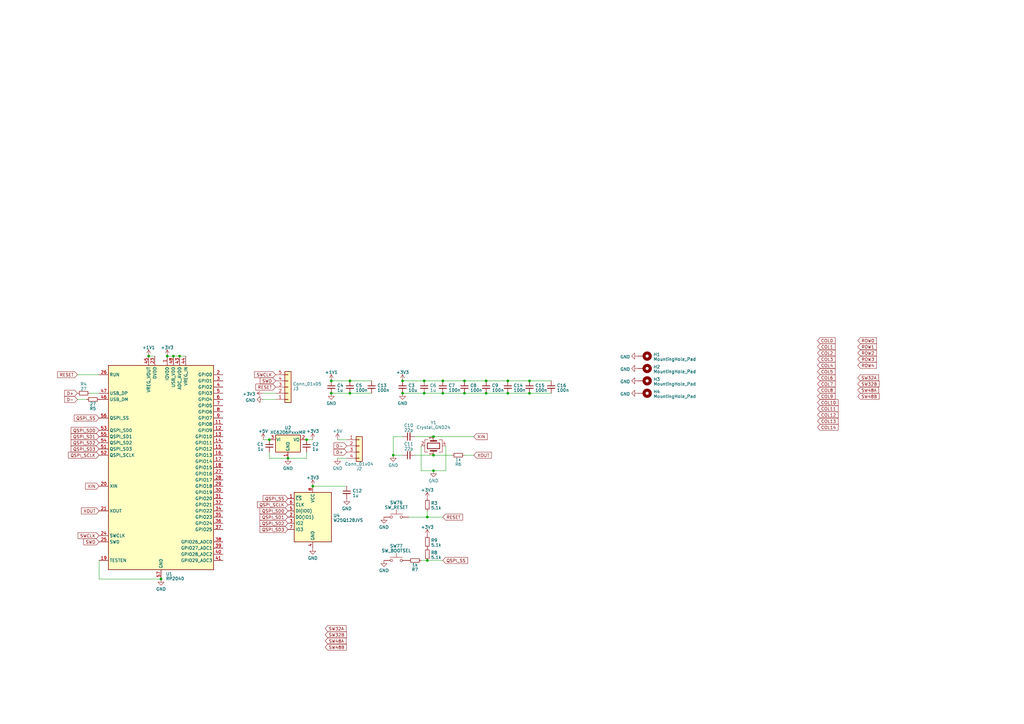
<source format=kicad_sch>
(kicad_sch (version 20230121) (generator eeschema)
  (paper "A3")
  (lib_symbols
    (symbol "Connector_Generic:Conn_01x04" (pin_names (offset 1.016) hide)
      (property "Reference" "J" (at 0 5.08 0))
      (property "Value" "Conn_01x04" (at 0 -7.62 0))
      (symbol "Conn_01x04_1_1"
        (rectangle (start -1.27 -4.953) (end 0 -5.207) (stroke (width 0.1524)))
        (rectangle (start -1.27 -2.413) (end 0 -2.667) (stroke (width 0.1524)))
        (rectangle (start -1.27 0.127) (end 0 -0.127) (stroke (width 0.1524)))
        (rectangle (start -1.27 2.667) (end 0 2.413) (stroke (width 0.1524)))
        (rectangle (start -1.27 3.81) (end 1.27 -6.35) (stroke (width 0.254)) (fill (type background)))
        (pin passive line (at -5.08 2.54 0) (length 3.81) (name "Pin_1") (number "1"))
        (pin passive line (at -5.08 0 0) (length 3.81) (name "Pin_2") (number "2"))
        (pin passive line (at -5.08 -2.54 0) (length 3.81) (name "Pin_3") (number "3"))
        (pin passive line (at -5.08 -5.08 0) (length 3.81) (name "Pin_4") (number "4"))
      )
    )
    (symbol "Connector_Generic:Conn_01x05" (pin_names (offset 1.016) hide)
      (property "Reference" "J" (at 0 7.62 0))
      (property "Value" "Conn_01x05" (at 0 -7.62 0))
      (symbol "Conn_01x05_1_1"
        (rectangle (start -1.27 -4.953) (end 0 -5.207) (stroke (width 0.1524)))
        (rectangle (start -1.27 -2.413) (end 0 -2.667) (stroke (width 0.1524)))
        (rectangle (start -1.27 0.127) (end 0 -0.127) (stroke (width 0.1524)))
        (rectangle (start -1.27 2.667) (end 0 2.413) (stroke (width 0.1524)))
        (rectangle (start -1.27 5.207) (end 0 4.953) (stroke (width 0.1524)))
        (rectangle (start -1.27 6.35) (end 1.27 -6.35) (stroke (width 0.254)) (fill (type background)))
        (pin passive line (at -5.08 5.08 0) (length 3.81) (name "Pin_1") (number "1"))
        (pin passive line (at -5.08 2.54 0) (length 3.81) (name "Pin_2") (number "2"))
        (pin passive line (at -5.08 0 0) (length 3.81) (name "Pin_3") (number "3"))
        (pin passive line (at -5.08 -2.54 0) (length 3.81) (name "Pin_4") (number "4"))
        (pin passive line (at -5.08 -5.08 0) (length 3.81) (name "Pin_5") (number "5"))
      )
    )
    (symbol "Device:C_Small" (pin_numbers hide) (pin_names (offset 0.254) hide)
      (property "Reference" "C" (at 0.254 1.778 0))
      (property "Value" "C_Small" (at 0.254 -2.032 0))
      (symbol "C_Small_0_1"
        (polyline (pts (xy -1.524 -0.508) (xy 1.524 -0.508)) (stroke (width 0.3302)))
        (polyline (pts (xy -1.524 0.508) (xy 1.524 0.508)) (stroke (width 0.3048)))
      )
      (symbol "C_Small_1_1"
        (pin passive line (at 0 2.54 270) (length 2.032) (name "~") (number "1"))
        (pin passive line (at 0 -2.54 90) (length 2.032) (name "~") (number "2"))
      )
    )
    (symbol "Device:Crystal_GND24" (pin_names (offset 1.016) hide)
      (property "Reference" "Y" (at 3.175 5.08 0))
      (property "Value" "Crystal_GND24" (at 3.175 3.175 0))
      (symbol "Crystal_GND24_0_1"
        (rectangle (start -1.143 2.54) (end 1.143 -2.54) (stroke (width 0.3048)))
        (polyline (pts (xy -2.54 0) (xy -2.032 0)))
        (polyline (pts (xy -2.032 -1.27) (xy -2.032 1.27)) (stroke (width 0.508)))
        (polyline (pts (xy 0 -3.81) (xy 0 -3.556)))
        (polyline (pts (xy 0 3.556) (xy 0 3.81)))
        (polyline (pts (xy 2.032 -1.27) (xy 2.032 1.27)) (stroke (width 0.508)))
        (polyline (pts (xy 2.032 0) (xy 2.54 0)))
        (polyline (pts (xy -2.54 -2.286) (xy -2.54 -3.556) (xy 2.54 -3.556) (xy 2.54 -2.286)))
        (polyline (pts (xy -2.54 2.286) (xy -2.54 3.556) (xy 2.54 3.556) (xy 2.54 2.286)))
      )
      (symbol "Crystal_GND24_1_1"
        (pin passive line (at -3.81 0 0) (length 1.27) (name "1") (number "1"))
        (pin passive line (at 0 5.08 270) (length 1.27) (name "2") (number "2"))
        (pin passive line (at 3.81 0 180) (length 1.27) (name "3") (number "3"))
        (pin passive line (at 0 -5.08 90) (length 1.27) (name "4") (number "4"))
      )
    )
    (symbol "Device:R_Small" (pin_numbers hide) (pin_names (offset 0.254) hide)
      (property "Reference" "R" (at 0.762 0.508 0))
      (property "Value" "R_Small" (at 0.762 -1.016 0))
      (symbol "R_Small_0_1"
        (rectangle (start -0.762 1.778) (end 0.762 -1.778) (stroke (width 0.2032)))
      )
      (symbol "R_Small_1_1"
        (pin passive line (at 0 2.54 270) (length 0.762) (name "~") (number "1"))
        (pin passive line (at 0 -2.54 90) (length 0.762) (name "~") (number "2"))
      )
    )
    (symbol "MCU_RaspberryPi:RP2040"
      (property "Reference" "U" (at 17.78 45.72 0))
      (property "Value" "RP2040" (at 17.78 43.18 0))
      (symbol "RP2040_0_1"
        (rectangle (start -21.59 41.91) (end 21.59 -41.91) (stroke (width 0.254)) (fill (type background)))
      )
      (symbol "RP2040_1_1"
        (pin power_in line (at 2.54 45.72 270) (length 3.81) (name "IOVDD") (number "1"))
        (pin passive line (at 2.54 45.72 270) (length 3.81) hide (name "IOVDD") (number "10"))
        (pin bidirectional line (at 25.4 17.78 180) (length 3.81) (name "GPIO8") (number "11"))
        (pin bidirectional line (at 25.4 15.24 180) (length 3.81) (name "GPIO9") (number "12"))
        (pin bidirectional line (at 25.4 12.7 180) (length 3.81) (name "GPIO10") (number "13"))
        (pin bidirectional line (at 25.4 10.16 180) (length 3.81) (name "GPIO11") (number "14"))
        (pin bidirectional line (at 25.4 7.62 180) (length 3.81) (name "GPIO12") (number "15"))
        (pin bidirectional line (at 25.4 5.08 180) (length 3.81) (name "GPIO13") (number "16"))
        (pin bidirectional line (at 25.4 2.54 180) (length 3.81) (name "GPIO14") (number "17"))
        (pin bidirectional line (at 25.4 0 180) (length 3.81) (name "GPIO15") (number "18"))
        (pin input line (at -25.4 -38.1 0) (length 3.81) (name "TESTEN") (number "19"))
        (pin bidirectional line (at 25.4 38.1 180) (length 3.81) (name "GPIO0") (number "2"))
        (pin input line (at -25.4 -7.62 0) (length 3.81) (name "XIN") (number "20"))
        (pin passive line (at -25.4 -17.78 0) (length 3.81) (name "XOUT") (number "21"))
        (pin passive line (at 2.54 45.72 270) (length 3.81) hide (name "IOVDD") (number "22"))
        (pin power_in line (at -2.54 45.72 270) (length 3.81) (name "DVDD") (number "23"))
        (pin input line (at -25.4 -27.94 0) (length 3.81) (name "SWCLK") (number "24"))
        (pin bidirectional line (at -25.4 -30.48 0) (length 3.81) (name "SWD") (number "25"))
        (pin input line (at -25.4 38.1 0) (length 3.81) (name "RUN") (number "26"))
        (pin bidirectional line (at 25.4 -2.54 180) (length 3.81) (name "GPIO16") (number "27"))
        (pin bidirectional line (at 25.4 -5.08 180) (length 3.81) (name "GPIO17") (number "28"))
        (pin bidirectional line (at 25.4 -7.62 180) (length 3.81) (name "GPIO18") (number "29"))
        (pin bidirectional line (at 25.4 35.56 180) (length 3.81) (name "GPIO1") (number "3"))
        (pin bidirectional line (at 25.4 -10.16 180) (length 3.81) (name "GPIO19") (number "30"))
        (pin bidirectional line (at 25.4 -12.7 180) (length 3.81) (name "GPIO20") (number "31"))
        (pin bidirectional line (at 25.4 -15.24 180) (length 3.81) (name "GPIO21") (number "32"))
        (pin passive line (at 2.54 45.72 270) (length 3.81) hide (name "IOVDD") (number "33"))
        (pin bidirectional line (at 25.4 -17.78 180) (length 3.81) (name "GPIO22") (number "34"))
        (pin bidirectional line (at 25.4 -20.32 180) (length 3.81) (name "GPIO23") (number "35"))
        (pin bidirectional line (at 25.4 -22.86 180) (length 3.81) (name "GPIO24") (number "36"))
        (pin bidirectional line (at 25.4 -25.4 180) (length 3.81) (name "GPIO25") (number "37"))
        (pin bidirectional line (at 25.4 -30.48 180) (length 3.81) (name "GPIO26_ADC0") (number "38"))
        (pin bidirectional line (at 25.4 -33.02 180) (length 3.81) (name "GPIO27_ADC1") (number "39"))
        (pin bidirectional line (at 25.4 33.02 180) (length 3.81) (name "GPIO2") (number "4"))
        (pin bidirectional line (at 25.4 -35.56 180) (length 3.81) (name "GPIO28_ADC2") (number "40"))
        (pin bidirectional line (at 25.4 -38.1 180) (length 3.81) (name "GPIO29_ADC3") (number "41"))
        (pin passive line (at 2.54 45.72 270) (length 3.81) hide (name "IOVDD") (number "42"))
        (pin power_in line (at 7.62 45.72 270) (length 3.81) (name "ADC_AVDD") (number "43"))
        (pin power_in line (at 10.16 45.72 270) (length 3.81) (name "VREG_IN") (number "44"))
        (pin power_out line (at -5.08 45.72 270) (length 3.81) (name "VREG_VOUT") (number "45"))
        (pin bidirectional line (at -25.4 27.94 0) (length 3.81) (name "USB_DM") (number "46"))
        (pin bidirectional line (at -25.4 30.48 0) (length 3.81) (name "USB_DP") (number "47"))
        (pin power_in line (at 5.08 45.72 270) (length 3.81) (name "USB_VDD") (number "48"))
        (pin passive line (at 2.54 45.72 270) (length 3.81) hide (name "IOVDD") (number "49"))
        (pin bidirectional line (at 25.4 30.48 180) (length 3.81) (name "GPIO3") (number "5"))
        (pin passive line (at -2.54 45.72 270) (length 3.81) hide (name "DVDD") (number "50"))
        (pin bidirectional line (at -25.4 7.62 0) (length 3.81) (name "QSPI_SD3") (number "51"))
        (pin output line (at -25.4 5.08 0) (length 3.81) (name "QSPI_SCLK") (number "52"))
        (pin bidirectional line (at -25.4 15.24 0) (length 3.81) (name "QSPI_SD0") (number "53"))
        (pin bidirectional line (at -25.4 10.16 0) (length 3.81) (name "QSPI_SD2") (number "54"))
        (pin bidirectional line (at -25.4 12.7 0) (length 3.81) (name "QSPI_SD1") (number "55"))
        (pin bidirectional line (at -25.4 20.32 0) (length 3.81) (name "QSPI_SS") (number "56"))
        (pin power_in line (at 0 -45.72 90) (length 3.81) (name "GND") (number "57"))
        (pin bidirectional line (at 25.4 27.94 180) (length 3.81) (name "GPIO4") (number "6"))
        (pin bidirectional line (at 25.4 25.4 180) (length 3.81) (name "GPIO5") (number "7"))
        (pin bidirectional line (at 25.4 22.86 180) (length 3.81) (name "GPIO6") (number "8"))
        (pin bidirectional line (at 25.4 20.32 180) (length 3.81) (name "GPIO7") (number "9"))
      )
    )
    (symbol "Mechanical:MountingHole_Pad" (pin_numbers hide) (pin_names (offset 1.016) hide)
      (property "Reference" "H" (at 0 6.35 0))
      (property "Value" "MountingHole_Pad" (at 0 4.445 0))
      (symbol "MountingHole_Pad_0_1"
        (circle (center 0 1.27) (radius 1.27) (stroke (width 1.27)))
      )
      (symbol "MountingHole_Pad_1_1"
        (pin input line (at 0 -2.54 90) (length 2.54) (name "1") (number "1"))
      )
    )
    (symbol "Memory_Flash:W25Q128JVS"
      (property "Reference" "U" (at -8.89 8.89 0))
      (property "Value" "W25Q128JVS" (at 7.62 8.89 0))
      (symbol "W25Q128JVS_0_1"
        (rectangle (start -7.62 10.16) (end 7.62 -10.16) (stroke (width 0.254)) (fill (type background)))
      )
      (symbol "W25Q128JVS_1_1"
        (pin input line (at -10.16 7.62 0) (length 2.54) (name "~{CS}") (number "1"))
        (pin bidirectional line (at -10.16 0 0) (length 2.54) (name "DO(IO1)") (number "2"))
        (pin bidirectional line (at -10.16 -2.54 0) (length 2.54) (name "IO2") (number "3"))
        (pin power_in line (at 0 -12.7 90) (length 2.54) (name "GND") (number "4"))
        (pin bidirectional line (at -10.16 2.54 0) (length 2.54) (name "DI(IO0)") (number "5"))
        (pin input line (at -10.16 5.08 0) (length 2.54) (name "CLK") (number "6"))
        (pin bidirectional line (at -10.16 -5.08 0) (length 2.54) (name "IO3") (number "7"))
        (pin power_in line (at 0 12.7 270) (length 2.54) (name "VCC") (number "8"))
      )
    )
    (symbol "Regulator_Linear:XC6206PxxxMR" (pin_names (offset 0.254))
      (property "Reference" "U" (at -3.81 3.175 0))
      (property "Value" "XC6206PxxxMR" (at 0 3.175 0))
      (symbol "XC6206PxxxMR_0_1"
        (rectangle (start -5.08 1.905) (end 5.08 -5.08) (stroke (width 0.254)) (fill (type background)))
      )
      (symbol "XC6206PxxxMR_1_1"
        (pin power_in line (at 0 -7.62 90) (length 2.54) (name "GND") (number "1"))
        (pin power_out line (at 7.62 0 180) (length 2.54) (name "VO") (number "2"))
        (pin power_in line (at -7.62 0 0) (length 2.54) (name "VI") (number "3"))
      )
    )
    (symbol "Switch:SW_Push" (pin_numbers hide) (pin_names (offset 1.016) hide)
      (property "Reference" "SW" (at 1.27 2.54 0))
      (property "Value" "SW_Push" (at 0 -1.524 0))
      (symbol "SW_Push_0_1"
        (circle (center -2.032 0) (radius 0.508))
        (polyline (pts (xy 0 1.27) (xy 0 3.048)))
        (polyline (pts (xy 2.54 1.27) (xy -2.54 1.27)))
        (circle (center 2.032 0) (radius 0.508))
        (pin passive line (at -5.08 0 0) (length 2.54) (name "1") (number "1"))
        (pin passive line (at 5.08 0 180) (length 2.54) (name "2") (number "2"))
      )
    )
    (symbol "power:+1V1" (power) (pin_names (offset 0))
      (property "Value" "+1V1" (at 0 3.556 0))
      (symbol "+1V1_0_1"
        (polyline (pts (xy -0.762 1.27) (xy 0 2.54)))
        (polyline (pts (xy 0 0) (xy 0 2.54)))
        (polyline (pts (xy 0 2.54) (xy 0.762 1.27)))
      )
      (symbol "+1V1_1_1"
        (pin power_in line (at 0 0 90) (length 0) hide (name "+1V1") (number "1"))
      )
    )
    (symbol "power:+3V3" (power) (pin_names (offset 0))
      (property "Value" "+3V3" (at 0 3.556 0))
      (symbol "+3V3_0_1"
        (polyline (pts (xy -0.762 1.27) (xy 0 2.54)))
        (polyline (pts (xy 0 0) (xy 0 2.54)))
        (polyline (pts (xy 0 2.54) (xy 0.762 1.27)))
      )
      (symbol "+3V3_1_1"
        (pin power_in line (at 0 0 90) (length 0) hide (name "+3V3") (number "1"))
      )
    )
    (symbol "power:+5V" (power) (pin_names (offset 0))
      (property "Value" "+5V" (at 0 3.556 0))
      (symbol "+5V_0_1"
        (polyline (pts (xy -0.762 1.27) (xy 0 2.54)))
        (polyline (pts (xy 0 0) (xy 0 2.54)))
        (polyline (pts (xy 0 2.54) (xy 0.762 1.27)))
      )
      (symbol "+5V_1_1"
        (pin power_in line (at 0 0 90) (length 0) hide (name "+5V") (number "1"))
      )
    )
    (symbol "power:GND" (power) (pin_names (offset 0))
      (property "Value" "GND" (at 0 -3.81 0))
      (symbol "GND_0_1"
        (polyline (pts (xy 0 0) (xy 0 -1.27) (xy 1.27 -1.27) (xy 0 -2.54) (xy -1.27 -1.27) (xy 0 -1.27)))
      )
      (symbol "GND_1_1"
        (pin power_in line (at 0 0 270) (length 0) hide (name "GND") (number "1"))
      )
    )
  )
  (junction (at 177.8 179.07))
  (junction (at 199.39 156.21))
  (junction (at 73.66 146.05))
  (junction (at 175.26 229.87))
  (junction (at 165.1 161.29))
  (junction (at 177.8 193.04))
  (junction (at 208.28 161.29))
  (junction (at 190.5 156.21))
  (junction (at 135.89 156.21))
  (junction (at 181.61 156.21))
  (junction (at 66.04 237.49))
  (junction (at 135.89 161.29))
  (junction (at 128.27 199.39))
  (junction (at 71.12 146.05))
  (junction (at 175.26 212.09))
  (junction (at 181.61 161.29))
  (junction (at 143.51 156.21))
  (junction (at 161.29 186.69))
  (junction (at 208.28 156.21))
  (junction (at 110.49 180.34))
  (junction (at 199.39 161.29))
  (junction (at 118.11 187.96))
  (junction (at 143.51 161.29))
  (junction (at 68.58 146.05))
  (junction (at 60.96 146.05))
  (junction (at 173.99 156.21))
  (junction (at 173.99 161.29))
  (junction (at 217.17 161.29))
  (junction (at 177.8 186.69))
  (junction (at 165.1 156.21))
  (junction (at 217.17 156.21))
  (junction (at 190.5 161.29))
  (junction (at 125.73 180.34))
  (wire (pts (xy 138.43 180.34) (xy 142.24 180.34)))
  (wire (pts (xy 181.61 212.09) (xy 175.26 212.09)))
  (wire (pts (xy 182.88 182.88) (xy 182.88 193.04)))
  (wire (pts (xy 199.39 156.21) (xy 208.28 156.21)))
  (wire (pts (xy 31.75 163.83) (xy 35.56 163.83)))
  (wire (pts (xy 194.31 186.69) (xy 190.5 186.69)))
  (wire (pts (xy 173.99 156.21) (xy 181.61 156.21)))
  (wire (pts (xy 175.26 229.87) (xy 181.61 229.87)))
  (wire (pts (xy 143.51 156.21) (xy 152.4 156.21)))
  (wire (pts (xy 40.64 237.49) (xy 66.04 237.49)))
  (wire (pts (xy 177.8 186.69) (xy 185.42 186.69)))
  (wire (pts (xy 161.29 179.07) (xy 161.29 186.69)))
  (wire (pts (xy 177.8 193.04) (xy 182.88 193.04)))
  (wire (pts (xy 167.64 212.09) (xy 175.26 212.09)))
  (wire (pts (xy 181.61 156.21) (xy 190.5 156.21)))
  (wire (pts (xy 165.1 161.29) (xy 173.99 161.29)))
  (wire (pts (xy 36.83 161.29) (xy 40.64 161.29)))
  (wire (pts (xy 142.24 199.39) (xy 128.27 199.39)))
  (wire (pts (xy 181.61 161.29) (xy 190.5 161.29)))
  (wire (pts (xy 217.17 161.29) (xy 226.06 161.29)))
  (wire (pts (xy 161.29 179.07) (xy 165.1 179.07)))
  (wire (pts (xy 135.89 161.29) (xy 143.51 161.29)))
  (wire (pts (xy 170.18 179.07) (xy 177.8 179.07)))
  (wire (pts (xy 161.29 186.69) (xy 165.1 186.69)))
  (wire (pts (xy 170.18 186.69) (xy 177.8 186.69)))
  (wire (pts (xy 177.8 179.07) (xy 194.31 179.07)))
  (wire (pts (xy 125.73 180.34) (xy 128.27 180.34)))
  (wire (pts (xy 199.39 161.29) (xy 208.28 161.29)))
  (wire (pts (xy 190.5 161.29) (xy 199.39 161.29)))
  (wire (pts (xy 177.8 193.04) (xy 172.72 193.04)))
  (wire (pts (xy 173.99 161.29) (xy 181.61 161.29)))
  (wire (pts (xy 60.96 146.05) (xy 63.5 146.05)))
  (wire (pts (xy 71.12 146.05) (xy 73.66 146.05)))
  (wire (pts (xy 138.43 187.96) (xy 142.24 187.96)))
  (wire (pts (xy 190.5 156.21) (xy 199.39 156.21)))
  (wire (pts (xy 40.64 229.87) (xy 40.64 237.49)))
  (wire (pts (xy 172.72 193.04) (xy 172.72 182.88)))
  (wire (pts (xy 125.73 187.96) (xy 125.73 185.42)))
  (wire (pts (xy 175.26 229.87) (xy 172.72 229.87)))
  (wire (pts (xy 208.28 161.29) (xy 217.17 161.29)))
  (wire (pts (xy 107.95 161.29) (xy 113.03 161.29)))
  (wire (pts (xy 107.95 180.34) (xy 110.49 180.34)))
  (wire (pts (xy 143.51 161.29) (xy 152.4 161.29)))
  (wire (pts (xy 73.66 146.05) (xy 76.2 146.05)))
  (wire (pts (xy 110.49 187.96) (xy 118.11 187.96)))
  (wire (pts (xy 40.64 153.67) (xy 31.75 153.67)))
  (wire (pts (xy 208.28 156.21) (xy 217.17 156.21)))
  (wire (pts (xy 175.26 209.55) (xy 175.26 212.09)))
  (wire (pts (xy 165.1 156.21) (xy 173.99 156.21)))
  (wire (pts (xy 118.11 187.96) (xy 125.73 187.96)))
  (wire (pts (xy 110.49 185.42) (xy 110.49 187.96)))
  (wire (pts (xy 107.95 163.83) (xy 113.03 163.83)))
  (wire (pts (xy 135.89 156.21) (xy 143.51 156.21)))
  (wire (pts (xy 68.58 146.05) (xy 71.12 146.05)))
  (wire (pts (xy 217.17 156.21) (xy 226.06 156.21)))
  (global_label "SW48B" (shape input) (at 133.35 265.43 0) (property "Intersheetrefs" "${INTERSHEET_REFS}" (effects hide)))
  (global_label "D+" (shape input) (at 31.75 161.29 180) (property "Intersheetrefs" "${INTERSHEET_REFS}" (effects hide)))
  (global_label "COL5" (shape input) (at 335.28 152.4 0) (property "Intersheetrefs" "${INTERSHEET_REFS}" (effects hide)))
  (global_label "D-" (shape input) (at 142.24 182.88 180) (property "Intersheetrefs" "${INTERSHEET_REFS}" (effects hide)))
  (global_label "SW32B" (shape input) (at 351.79 157.48 0) (property "Intersheetrefs" "${INTERSHEET_REFS}" (effects hide)))
  (global_label "COL10" (shape input) (at 335.28 165.1 0) (property "Intersheetrefs" "${INTERSHEET_REFS}" (effects hide)))
  (global_label "COL2" (shape input) (at 335.28 144.78 0) (property "Intersheetrefs" "${INTERSHEET_REFS}" (effects hide)))
  (global_label "COL0" (shape input) (at 335.28 139.7 0) (property "Intersheetrefs" "${INTERSHEET_REFS}" (effects hide)))
  (global_label "SW32A" (shape input) (at 351.79 154.94 0) (property "Intersheetrefs" "${INTERSHEET_REFS}" (effects hide)))
  (global_label "SW48B" (shape input) (at 351.79 162.56 0) (property "Intersheetrefs" "${INTERSHEET_REFS}" (effects hide)))
  (global_label "D+" (shape input) (at 142.24 185.42 180) (property "Intersheetrefs" "${INTERSHEET_REFS}" (effects hide)))
  (global_label "QSPI_SD1" (shape input) (at 118.11 212.09 180) (property "Intersheetrefs" "${INTERSHEET_REFS}" (effects hide)))
  (global_label "COL7" (shape input) (at 335.28 157.48 0) (property "Intersheetrefs" "${INTERSHEET_REFS}" (effects hide)))
  (global_label "COL13" (shape input) (at 335.28 172.72 0) (property "Intersheetrefs" "${INTERSHEET_REFS}" (effects hide)))
  (global_label "QSPI_SCLK" (shape input) (at 118.11 207.01 180) (property "Intersheetrefs" "${INTERSHEET_REFS}" (effects hide)))
  (global_label "SW32B" (shape input) (at 133.35 260.35 0) (property "Intersheetrefs" "${INTERSHEET_REFS}" (effects hide)))
  (global_label "QSPI_SS" (shape input) (at 118.11 204.47 180) (property "Intersheetrefs" "${INTERSHEET_REFS}" (effects hide)))
  (global_label "COL4" (shape input) (at 335.28 149.86 0) (property "Intersheetrefs" "${INTERSHEET_REFS}" (effects hide)))
  (global_label "XIN" (shape input) (at 40.64 199.39 180) (property "Intersheetrefs" "${INTERSHEET_REFS}" (effects hide)))
  (global_label "COL12" (shape input) (at 335.28 170.18 0) (property "Intersheetrefs" "${INTERSHEET_REFS}" (effects hide)))
  (global_label "QSPI_SS" (shape input) (at 181.61 229.87 0) (property "Intersheetrefs" "${INTERSHEET_REFS}" (effects hide)))
  (global_label "SWD" (shape input) (at 113.03 156.21 180) (property "Intersheetrefs" "${INTERSHEET_REFS}" (effects hide)))
  (global_label "COL9" (shape input) (at 335.28 162.56 0) (property "Intersheetrefs" "${INTERSHEET_REFS}" (effects hide)))
  (global_label "SW48A" (shape input) (at 351.79 160.02 0) (property "Intersheetrefs" "${INTERSHEET_REFS}" (effects hide)))
  (global_label "D-" (shape input) (at 31.75 163.83 180) (property "Intersheetrefs" "${INTERSHEET_REFS}" (effects hide)))
  (global_label "ROW1" (shape input) (at 351.79 142.24 0) (property "Intersheetrefs" "${INTERSHEET_REFS}" (effects hide)))
  (global_label "SWCLK" (shape input) (at 113.03 153.67 180) (property "Intersheetrefs" "${INTERSHEET_REFS}" (effects hide)))
  (global_label "XOUT" (shape input) (at 194.31 186.69 0) (property "Intersheetrefs" "${INTERSHEET_REFS}" (effects hide)))
  (global_label "RESET" (shape input) (at 113.03 158.75 180) (property "Intersheetrefs" "${INTERSHEET_REFS}" (effects hide)))
  (global_label "QSPI_SS" (shape input) (at 40.64 171.45 180) (property "Intersheetrefs" "${INTERSHEET_REFS}" (effects hide)))
  (global_label "QSPI_SCLK" (shape input) (at 40.64 186.69 180) (property "Intersheetrefs" "${INTERSHEET_REFS}" (effects hide)))
  (global_label "QSPI_SD2" (shape input) (at 118.11 214.63 180) (property "Intersheetrefs" "${INTERSHEET_REFS}" (effects hide)))
  (global_label "COL3" (shape input) (at 335.28 147.32 0) (property "Intersheetrefs" "${INTERSHEET_REFS}" (effects hide)))
  (global_label "QSPI_SD0" (shape input) (at 40.64 176.53 180) (property "Intersheetrefs" "${INTERSHEET_REFS}" (effects hide)))
  (global_label "QSPI_SD3" (shape input) (at 40.64 184.15 180) (property "Intersheetrefs" "${INTERSHEET_REFS}" (effects hide)))
  (global_label "COL1" (shape input) (at 335.28 142.24 0) (property "Intersheetrefs" "${INTERSHEET_REFS}" (effects hide)))
  (global_label "SW48A" (shape input) (at 133.35 262.89 0) (property "Intersheetrefs" "${INTERSHEET_REFS}" (effects hide)))
  (global_label "XIN" (shape input) (at 194.31 179.07 0) (property "Intersheetrefs" "${INTERSHEET_REFS}" (effects hide)))
  (global_label "COL8" (shape input) (at 335.28 160.02 0) (property "Intersheetrefs" "${INTERSHEET_REFS}" (effects hide)))
  (global_label "ROW0" (shape input) (at 351.79 139.7 0) (property "Intersheetrefs" "${INTERSHEET_REFS}" (effects hide)))
  (global_label "ROW2" (shape input) (at 351.79 144.78 0) (property "Intersheetrefs" "${INTERSHEET_REFS}" (effects hide)))
  (global_label "QSPI_SD2" (shape input) (at 40.64 181.61 180) (property "Intersheetrefs" "${INTERSHEET_REFS}" (effects hide)))
  (global_label "COL11" (shape input) (at 335.28 167.64 0) (property "Intersheetrefs" "${INTERSHEET_REFS}" (effects hide)))
  (global_label "COL14" (shape input) (at 335.28 175.26 0) (property "Intersheetrefs" "${INTERSHEET_REFS}" (effects hide)))
  (global_label "RESET" (shape input) (at 31.75 153.67 180) (property "Intersheetrefs" "${INTERSHEET_REFS}" (effects hide)))
  (global_label "QSPI_SD0" (shape input) (at 118.11 209.55 180) (property "Intersheetrefs" "${INTERSHEET_REFS}" (effects hide)))
  (global_label "SW32A" (shape input) (at 133.35 257.81 0) (property "Intersheetrefs" "${INTERSHEET_REFS}" (effects hide)))
  (global_label "SWCLK" (shape input) (at 40.64 219.71 180) (property "Intersheetrefs" "${INTERSHEET_REFS}" (effects hide)))
  (global_label "SWD" (shape input) (at 40.64 222.25 180) (property "Intersheetrefs" "${INTERSHEET_REFS}" (effects hide)))
  (global_label "QSPI_SD1" (shape input) (at 40.64 179.07 180) (property "Intersheetrefs" "${INTERSHEET_REFS}" (effects hide)))
  (global_label "COL6" (shape input) (at 335.28 154.94 0) (property "Intersheetrefs" "${INTERSHEET_REFS}" (effects hide)))
  (global_label "XOUT" (shape input) (at 40.64 209.55 180) (property "Intersheetrefs" "${INTERSHEET_REFS}" (effects hide)))
  (global_label "ROW3" (shape input) (at 351.79 147.32 0) (property "Intersheetrefs" "${INTERSHEET_REFS}" (effects hide)))
  (global_label "QSPI_SD3" (shape input) (at 118.11 217.17 180) (property "Intersheetrefs" "${INTERSHEET_REFS}" (effects hide)))
  (global_label "ROW4" (shape input) (at 351.79 149.86 0) (property "Intersheetrefs" "${INTERSHEET_REFS}" (effects hide)))
  (global_label "RESET" (shape input) (at 181.61 212.09 0) (property "Intersheetrefs" "${INTERSHEET_REFS}" (effects hide)))
  (symbol (lib_id "Device:C_Small") (at 173.99 158.75 0) (unit 1)
    (property "Reference" "C6" (at 176.3141 158.1126 0) (effects (justify left)))
    (property "Value" "1u" (at 176.3141 160.0336 0) (effects (justify left)))
    (property "Footprint" "Capacitor_SMD:C_0402_1005Metric" (effects hide))
  )
  (symbol (lib_id "Device:R_Small") (at 175.26 207.01 180) (unit 1)
    (property "Reference" "R3" (at 176.7586 206.3663 0) (effects (justify right)))
    (property "Value" "5.1k" (at 176.7586 208.2873 0) (effects (justify right)))
    (property "Footprint" "Resistor_SMD:R_0402_1005Metric" (effects hide))
  )
  (symbol (lib_id "power:+5V") (at 107.95 180.34 0) (unit 1)
    (property "Reference" "#PWR012" (effects hide))
    (property "Value" "+5V" (at 107.95 176.8381 0))
  )
  (symbol (lib_id "power:GND") (at 135.89 161.29 0) (unit 1)
    (property "Reference" "#PWR025" (effects hide))
    (property "Value" "GND" (at 135.89 165.4255 0))
  )
  (symbol (lib_id "Regulator_Linear:XC6206PxxxMR") (at 118.11 180.34 0) (unit 1)
    (property "Reference" "U2" (at 118.11 175.4251 0))
    (property "Value" "XC6206PxxxMR" (at 118.11 177.3461 0))
    (property "Footprint" "Package_TO_SOT_SMD:SOT-23-3" (effects hide))
    (property "Datasheet" "https://www.torexsemi.com/file/xc6206/XC6206.pdf" (effects hide))
  )
  (symbol (lib_id "Device:C_Small") (at 167.64 179.07 90) (unit 1)
    (property "Reference" "C10" (at 167.6463 174.498 90))
    (property "Value" "22p" (at 167.6463 176.419 90))
    (property "Footprint" "Capacitor_SMD:C_0402_1005Metric" (effects hide))
  )
  (symbol (lib_id "Device:C_Small") (at 226.06 158.75 0) (unit 1)
    (property "Reference" "C16" (at 228.3841 158.1126 0) (effects (justify left)))
    (property "Value" "100n" (at 228.3841 160.0336 0) (effects (justify left)))
    (property "Footprint" "Capacitor_SMD:C_0402_1005Metric" (effects hide))
  )
  (symbol (lib_id "power:+3V3") (at 175.26 204.47 0) (unit 1)
    (property "Reference" "#PWR027" (effects hide))
    (property "Value" "+3V3" (at 175.26 200.9681 0))
  )
  (symbol (lib_id "power:+3V3") (at 68.58 146.05 0) (unit 1)
    (property "Reference" "#PWR020" (effects hide))
    (property "Value" "+3V3" (at 68.58 142.5481 0))
  )
  (symbol (lib_id "power:+3V3") (at 165.1 156.21 0) (unit 1)
    (property "Reference" "#PWR024" (effects hide))
    (property "Value" "+3V3" (at 165.1 152.7081 0))
  )
  (symbol (lib_id "power:GND") (at 128.27 224.79 0) (unit 1)
    (property "Reference" "#PWR038" (effects hide))
    (property "Value" "GND" (at 128.27 228.9255 0))
  )
  (symbol (lib_id "power:GND") (at 261.62 156.21 270) (unit 1)
    (property "Reference" "#PWR09" (effects hide))
    (property "Value" "GND" (at 258.4451 156.5268 90) (effects (justify right)))
  )
  (symbol (lib_id "Device:R_Small") (at 34.29 161.29 90) (unit 1)
    (property "Reference" "R4" (at 34.29 157.5435 90))
    (property "Value" "27" (at 34.29 159.4645 90))
    (property "Footprint" "Resistor_SMD:R_0402_1005Metric" (effects hide))
  )
  (symbol (lib_id "Mechanical:MountingHole_Pad") (at 264.16 151.13 270) (unit 1)
    (property "Reference" "H2" (at 267.97 150.4863 90) (effects (justify left)))
    (property "Value" "MountingHole_Pad" (at 267.97 152.4073 90) (effects (justify left)))
    (property "Footprint" "MountingHole:MountingHole_2.2mm_M2_Pad" (effects hide))
  )
  (symbol (lib_id "Device:C_Small") (at 135.89 158.75 0) (unit 1)
    (property "Reference" "C4" (at 138.2141 158.1126 0) (effects (justify left)))
    (property "Value" "1u" (at 138.2141 160.0336 0) (effects (justify left)))
    (property "Footprint" "Capacitor_SMD:C_0402_1005Metric" (effects hide))
  )
  (symbol (lib_id "Device:C_Small") (at 165.1 158.75 0) (unit 1)
    (property "Reference" "C3" (at 167.4241 158.1126 0) (effects (justify left)))
    (property "Value" "10u" (at 167.4241 160.0336 0) (effects (justify left)))
    (property "Footprint" "Capacitor_SMD:C_0603_1608Metric" (effects hide))
  )
  (symbol (lib_id "power:+1V1") (at 60.96 146.05 0) (unit 1)
    (property "Reference" "#PWR021" (effects hide))
    (property "Value" "+1V1" (at 60.96 142.5481 0))
  )
  (symbol (lib_id "Connector_Generic:Conn_01x04") (at 147.32 182.88 0) (unit 1)
    (property "Reference" "J2" (at 147.32 192.2399 0))
    (property "Value" "Conn_01x04" (at 147.32 190.3189 0))
    (property "Footprint" "Connector_Molex:Molex_Pico-EZmate_78171-0004_1x04-1MP_P1.20mm_Vertical" (effects hide))
  )
  (symbol (lib_id "power:GND") (at 107.95 163.83 270) (unit 1)
    (property "Reference" "#PWR030" (effects hide))
    (property "Value" "GND" (at 104.7751 164.1468 90) (effects (justify right)))
  )
  (symbol (lib_id "power:+3V3") (at 175.26 219.71 0) (unit 1)
    (property "Reference" "#PWR036" (effects hide))
    (property "Value" "+3V3" (at 175.26 216.2081 0))
  )
  (symbol (lib_id "Device:R_Small") (at 175.26 227.33 180) (unit 1)
    (property "Reference" "R8" (at 176.7586 226.6863 0) (effects (justify right)))
    (property "Value" "5.1k" (at 176.7586 228.6073 0) (effects (justify right)))
    (property "Footprint" "Resistor_SMD:R_0402_1005Metric" (effects hide))
  )
  (symbol (lib_id "power:GND") (at 142.24 204.47 0) (unit 1)
    (property "Reference" "#PWR034" (effects hide))
    (property "Value" "GND" (at 142.24 208.6055 0))
  )
  (symbol (lib_id "Device:R_Small") (at 170.18 229.87 90) (mirror x) (unit 1)
    (property "Reference" "R7" (at 170.18 233.6165 90))
    (property "Value" "1k" (at 170.18 231.6955 90))
    (property "Footprint" "Resistor_SMD:R_0402_1005Metric" (effects hide))
  )
  (symbol (lib_id "power:GND") (at 118.11 187.96 0) (unit 1)
    (property "Reference" "#PWR014" (effects hide))
    (property "Value" "GND" (at 118.11 192.0955 0))
  )
  (symbol (lib_id "power:GND") (at 261.62 146.05 270) (unit 1)
    (property "Reference" "#PWR07" (effects hide))
    (property "Value" "GND" (at 258.4451 146.3668 90) (effects (justify right)))
  )
  (symbol (lib_id "Device:C_Small") (at 110.49 182.88 0) (mirror y) (unit 1)
    (property "Reference" "C1" (at 108.1659 182.2426 0) (effects (justify left)))
    (property "Value" "1u" (at 108.1659 184.1636 0) (effects (justify left)))
    (property "Footprint" "Capacitor_SMD:C_0402_1005Metric" (effects hide))
  )
  (symbol (lib_id "Device:C_Small") (at 125.73 182.88 0) (unit 1)
    (property "Reference" "C2" (at 128.0541 182.2426 0) (effects (justify left)))
    (property "Value" "1u" (at 128.0541 184.1636 0) (effects (justify left)))
    (property "Footprint" "Capacitor_SMD:C_0402_1005Metric" (effects hide))
  )
  (symbol (lib_id "Device:R_Small") (at 187.96 186.69 90) (mirror x) (unit 1)
    (property "Reference" "R6" (at 187.96 190.4365 90))
    (property "Value" "1k" (at 187.96 188.5155 90))
    (property "Footprint" "Resistor_SMD:R_0402_1005Metric" (effects hide))
  )
  (symbol (lib_id "MCU_RaspberryPi:RP2040") (at 66.04 191.77 0) (unit 1)
    (property "Reference" "U1" (at 67.9959 235.4025 0) (effects (justify left)))
    (property "Value" "RP2040" (at 67.9959 237.3235 0) (effects (justify left)))
    (property "Footprint" "Package_DFN_QFN:QFN-56-1EP_7x7mm_P0.4mm_EP3.2x3.2mm" (effects hide))
    (property "Datasheet" "https://datasheets.raspberrypi.com/rp2040/rp2040-datasheet.pdf" (effects hide))
  )
  (symbol (lib_id "Device:C_Small") (at 199.39 158.75 0) (unit 1)
    (property "Reference" "C9" (at 201.7141 158.1126 0) (effects (justify left)))
    (property "Value" "100n" (at 201.7141 160.0336 0) (effects (justify left)))
    (property "Footprint" "Capacitor_SMD:C_0402_1005Metric" (effects hide))
  )
  (symbol (lib_id "power:GND") (at 161.29 186.69 0) (unit 1)
    (property "Reference" "#PWR033" (effects hide))
    (property "Value" "GND" (at 161.29 190.8255 0))
  )
  (symbol (lib_id "power:+3V3") (at 128.27 199.39 0) (unit 1)
    (property "Reference" "#PWR037" (effects hide))
    (property "Value" "+3V3" (at 128.27 195.8881 0))
  )
  (symbol (lib_id "Mechanical:MountingHole_Pad") (at 264.16 146.05 270) (unit 1)
    (property "Reference" "H1" (at 267.97 145.4063 90) (effects (justify left)))
    (property "Value" "MountingHole_Pad" (at 267.97 147.3273 90) (effects (justify left)))
    (property "Footprint" "MountingHole:MountingHole_2.2mm_M2_Pad" (effects hide))
  )
  (symbol (lib_id "Device:C_Small") (at 167.64 186.69 90) (unit 1)
    (property "Reference" "C11" (at 167.6463 182.118 90))
    (property "Value" "22p" (at 167.6463 184.039 90))
    (property "Footprint" "Capacitor_SMD:C_0402_1005Metric" (effects hide))
  )
  (symbol (lib_id "Mechanical:MountingHole_Pad") (at 264.16 156.21 270) (unit 1)
    (property "Reference" "H3" (at 267.97 155.5663 90) (effects (justify left)))
    (property "Value" "MountingHole_Pad" (at 267.97 157.4873 90) (effects (justify left)))
    (property "Footprint" "MountingHole:MountingHole_2.2mm_M2_Pad" (effects hide))
  )
  (symbol (lib_id "Device:R_Small") (at 38.1 163.83 90) (mirror x) (unit 1)
    (property "Reference" "R5" (at 38.1 167.5765 90))
    (property "Value" "27" (at 38.1 165.6555 90))
    (property "Footprint" "Resistor_SMD:R_0402_1005Metric" (effects hide))
  )
  (symbol (lib_id "Device:Crystal_GND24") (at 177.8 182.88 90) (unit 1)
    (property "Reference" "Y1" (at 177.8 173.339 90))
    (property "Value" "Crystal_GND24" (at 177.8 175.26 90))
    (property "Footprint" "Crystal:Crystal_SMD_3225-4Pin_3.2x2.5mm" (effects hide))
  )
  (symbol (lib_id "power:GND") (at 177.8 193.04 0) (unit 1)
    (property "Reference" "#PWR032" (effects hide))
    (property "Value" "GND" (at 177.8 197.1755 0))
  )
  (symbol (lib_id "Device:C_Small") (at 152.4 158.75 0) (unit 1)
    (property "Reference" "C13" (at 154.7241 158.1126 0) (effects (justify left)))
    (property "Value" "100n" (at 154.7241 160.0336 0) (effects (justify left)))
    (property "Footprint" "Capacitor_SMD:C_0402_1005Metric" (effects hide))
  )
  (symbol (lib_id "power:GND") (at 138.43 187.96 0) (unit 1)
    (property "Reference" "#PWR016" (effects hide))
    (property "Value" "GND" (at 138.43 192.0955 0))
  )
  (symbol (lib_id "Mechanical:MountingHole_Pad") (at 264.16 161.29 270) (unit 1)
    (property "Reference" "H4" (at 267.97 160.6463 90) (effects (justify left)))
    (property "Value" "MountingHole_Pad" (at 267.97 162.5673 90) (effects (justify left)))
    (property "Footprint" "MountingHole:MountingHole_2.2mm_M2_Pad" (effects hide))
  )
  (symbol (lib_id "Device:C_Small") (at 217.17 158.75 0) (unit 1)
    (property "Reference" "C15" (at 219.4941 158.1126 0) (effects (justify left)))
    (property "Value" "100n" (at 219.4941 160.0336 0) (effects (justify left)))
    (property "Footprint" "Capacitor_SMD:C_0402_1005Metric" (effects hide))
  )
  (symbol (lib_id "Device:R_Small") (at 175.26 222.25 180) (unit 1)
    (property "Reference" "R9" (at 176.7586 221.6063 0) (effects (justify right)))
    (property "Value" "5.1k" (at 176.7586 223.5273 0) (effects (justify right)))
    (property "Footprint" "Resistor_SMD:R_0402_1005Metric" (effects hide))
  )
  (symbol (lib_id "Memory_Flash:W25Q128JVS") (at 128.27 212.09 0) (unit 1)
    (property "Reference" "U4" (at 136.652 211.4463 0) (effects (justify left)))
    (property "Value" "W25Q128JVS" (at 136.652 213.3673 0) (effects (justify left)))
    (property "Footprint" "Package_SO:SOIC-8_5.23x5.23mm_P1.27mm" (effects hide))
    (property "Datasheet" "http://www.winbond.com/resource-files/w25q128jv_dtr%20revc%2003272018%20plus.pdf" (effects hide))
  )
  (symbol (lib_id "power:GND") (at 66.04 237.49 0) (unit 1)
    (property "Reference" "#PWR029" (effects hide))
    (property "Value" "GND" (at 66.04 241.6255 0))
  )
  (symbol (lib_id "power:GND") (at 157.48 212.09 0) (unit 1)
    (property "Reference" "#PWR028" (effects hide))
    (property "Value" "GND" (at 157.48 216.2255 0))
  )
  (symbol (lib_id "Device:C_Small") (at 143.51 158.75 0) (unit 1)
    (property "Reference" "C5" (at 145.8341 158.1126 0) (effects (justify left)))
    (property "Value" "100n" (at 145.8341 160.0336 0) (effects (justify left)))
    (property "Footprint" "Capacitor_SMD:C_0402_1005Metric" (effects hide))
  )
  (symbol (lib_id "power:+5V") (at 138.43 180.34 0) (unit 1)
    (property "Reference" "#PWR06" (effects hide))
    (property "Value" "+5V" (at 138.43 176.8381 0))
  )
  (symbol (lib_id "power:+1V1") (at 135.89 156.21 0) (unit 1)
    (property "Reference" "#PWR023" (effects hide))
    (property "Value" "+1V1" (at 135.89 152.7081 0))
  )
  (symbol (lib_id "Device:C_Small") (at 208.28 158.75 0) (unit 1)
    (property "Reference" "C14" (at 210.6041 158.1126 0) (effects (justify left)))
    (property "Value" "100n" (at 210.6041 160.0336 0) (effects (justify left)))
    (property "Footprint" "Capacitor_SMD:C_0402_1005Metric" (effects hide))
  )
  (symbol (lib_id "power:GND") (at 157.48 229.87 0) (unit 1)
    (property "Reference" "#PWR035" (effects hide))
    (property "Value" "GND" (at 157.48 234.0055 0))
  )
  (symbol (lib_id "power:GND") (at 165.1 161.29 0) (unit 1)
    (property "Reference" "#PWR026" (effects hide))
    (property "Value" "GND" (at 165.1 165.4255 0))
  )
  (symbol (lib_id "power:GND") (at 261.62 161.29 270) (unit 1)
    (property "Reference" "#PWR010" (effects hide))
    (property "Value" "GND" (at 258.4451 161.6068 90) (effects (justify right)))
  )
  (symbol (lib_id "power:+3V3") (at 107.95 161.29 90) (unit 1)
    (property "Reference" "#PWR031" (effects hide))
    (property "Value" "+3V3" (at 104.775 161.6068 90) (effects (justify left)))
  )
  (symbol (lib_id "Switch:SW_Push") (at 162.56 229.87 0) (unit 1)
    (property "Reference" "SW77" (at 162.56 223.9391 0))
    (property "Value" "SW_BOOTSEL" (at 162.56 225.8601 0))
    (property "Footprint" "Connector_PinHeader_1.27mm:PinHeader_1x02_P1.27mm_Vertical" (effects hide))
  )
  (symbol (lib_id "power:GND") (at 261.62 151.13 270) (unit 1)
    (property "Reference" "#PWR08" (effects hide))
    (property "Value" "GND" (at 258.4451 151.4468 90) (effects (justify right)))
  )
  (symbol (lib_id "Connector_Generic:Conn_01x05") (at 118.11 158.75 0) (mirror x) (unit 1)
    (property "Reference" "J3" (at 120.142 159.3937 0) (effects (justify left)))
    (property "Value" "Conn_01x05" (at 120.142 157.4727 0) (effects (justify left)))
    (property "Footprint" "Connector_PinHeader_1.27mm:PinHeader_1x05_P1.27mm_Vertical" (effects hide))
  )
  (symbol (lib_id "power:+3V3") (at 128.27 180.34 0) (unit 1)
    (property "Reference" "#PWR013" (effects hide))
    (property "Value" "+3V3" (at 128.27 176.8381 0))
  )
  (symbol (lib_id "Device:C_Small") (at 181.61 158.75 0) (unit 1)
    (property "Reference" "C7" (at 183.9341 158.1126 0) (effects (justify left)))
    (property "Value" "100n" (at 183.9341 160.0336 0) (effects (justify left)))
    (property "Footprint" "Capacitor_SMD:C_0402_1005Metric" (effects hide))
  )
  (symbol (lib_id "Device:C_Small") (at 142.24 201.93 0) (unit 1)
    (property "Reference" "C12" (at 144.5641 201.2926 0) (effects (justify left)))
    (property "Value" "1u" (at 144.5641 203.2136 0) (effects (justify left)))
    (property "Footprint" "Capacitor_SMD:C_0402_1005Metric" (effects hide))
  )
  (symbol (lib_id "Device:C_Small") (at 190.5 158.75 0) (unit 1)
    (property "Reference" "C8" (at 192.8241 158.1126 0) (effects (justify left)))
    (property "Value" "100n" (at 192.8241 160.0336 0) (effects (justify left)))
    (property "Footprint" "Capacitor_SMD:C_0402_1005Metric" (effects hide))
  )
  (symbol (lib_id "Switch:SW_Push") (at 162.56 212.09 0) (unit 1)
    (property "Reference" "SW76" (at 162.56 206.1591 0))
    (property "Value" "SW_RESET" (at 162.56 208.0801 0))
    (property "Footprint" "Connector_PinHeader_1.27mm:PinHeader_1x02_P1.27mm_Vertical" (effects hide))
  )
)
</source>
